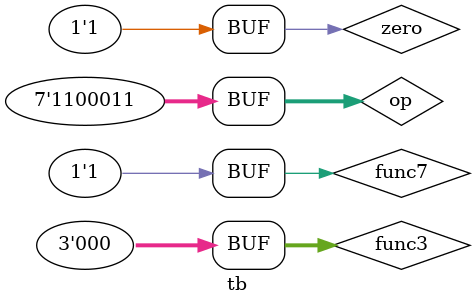
<source format=v>
module tb();
    reg zero, func7;
    reg [6:0] op;
    reg [2:0] func3;
    wire PCSrc, RegWrite, ALUSrc, MemWrite, ResultSrc;
    wire [1:0] ImmSrc;
    wire [2:0] ALUControl;

    control_unit dut (
        .zero(zero),
        .op(op),
        .func3(func3),
        .func7(func7),
        .PCSrc(PCSrc),
        .RegWrite(RegWrite),
        .ALUSrc(ALUSrc),
        .MemWrite(MemWrite),
        .ResultSrc(ResultSrc),
        .ImmSrc(ImmSrc),
        .ALUControl(ALUControl)
    );

    initial begin
      $dumpfile("dump.vcd");
      $dumpvars(0);
    end

    initial begin
      zero <= 1'b1;
      op <= 7'b0000011;
      func3 <= 3'b000;
      func7 <= 1'b1;
      #100;

      zero <= 1'b1;
      op <= 7'b0100011;
      func3 <= 3'b000;
      func7 <= 1'b1;
      #100;

      zero <= 1'b1;
      op <= 7'b0110011;
      func3 <= 3'b000;
      func7 <= 1'b1;
      #100;

      zero <= 1'b1;
      op <= 7'b1100011;
      func3 <= 3'b000;
      func7 <= 1'b1;
      #100;
    end
    
endmodule       
</source>
